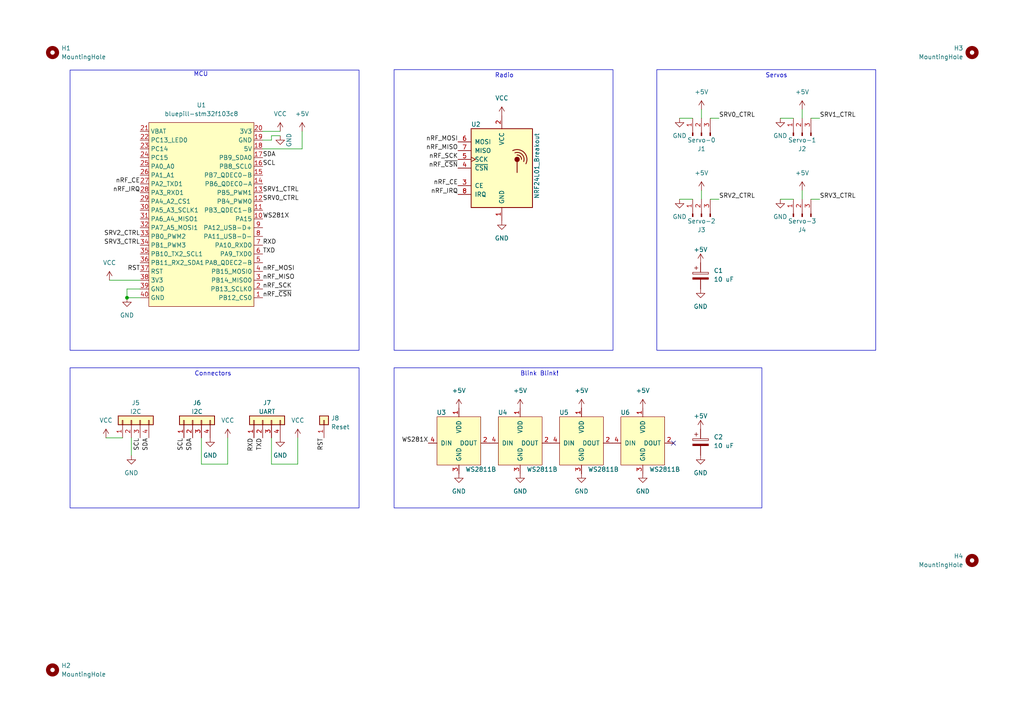
<source format=kicad_sch>
(kicad_sch (version 20230121) (generator eeschema)
  (paper "A4")
  (title_block (title "X-Mas Board") (date "2019-10-18") (rev "1") (company "Marian"))
  (lib_symbols
    (symbol "Connector:Conn_01x03_Male" (pin_names (offset 1.016) hide)
      (property "Reference" "J" (at 0 5.08 0))
      (property "Value" "Conn_01x03_Male" (at 0 -5.08 0))
      (symbol "Conn_01x03_Male_1_1"
        (polyline (pts (xy 1.27 -2.54) (xy 0.8636 -2.54)) (stroke (width 0.1524)))
        (polyline (pts (xy 1.27 0) (xy 0.8636 0)) (stroke (width 0.1524)))
        (polyline (pts (xy 1.27 2.54) (xy 0.8636 2.54)) (stroke (width 0.1524)))
        (rectangle (start 0.8636 -2.413) (end 0 -2.667) (stroke (width 0.1524)) (fill (type outline)))
        (rectangle (start 0.8636 0.127) (end 0 -0.127) (stroke (width 0.1524)) (fill (type outline)))
        (rectangle (start 0.8636 2.667) (end 0 2.413) (stroke (width 0.1524)) (fill (type outline)))
        (pin passive line (at 5.08 2.54 180) (length 3.81) (name "Pin_1") (number "1"))
        (pin passive line (at 5.08 0 180) (length 3.81) (name "Pin_2") (number "2"))
        (pin passive line (at 5.08 -2.54 180) (length 3.81) (name "Pin_3") (number "3"))
      )
    )
    (symbol "Connector_Generic:Conn_01x01" (pin_names (offset 1.016) hide)
      (property "Reference" "J" (at 0 2.54 0))
      (property "Value" "Conn_01x01" (at 0 -2.54 0))
      (symbol "Conn_01x01_1_1"
        (rectangle (start -1.27 0.127) (end 0 -0.127) (stroke (width 0.1524)))
        (rectangle (start -1.27 1.27) (end 1.27 -1.27) (stroke (width 0.254)) (fill (type background)))
        (pin passive line (at -5.08 0 0) (length 3.81) (name "Pin_1") (number "1"))
      )
    )
    (symbol "Connector_Generic:Conn_01x04" (pin_names (offset 1.016) hide)
      (property "Reference" "J" (at 0 5.08 0))
      (property "Value" "Conn_01x04" (at 0 -7.62 0))
      (symbol "Conn_01x04_1_1"
        (rectangle (start -1.27 -4.953) (end 0 -5.207) (stroke (width 0.1524)))
        (rectangle (start -1.27 -2.413) (end 0 -2.667) (stroke (width 0.1524)))
        (rectangle (start -1.27 0.127) (end 0 -0.127) (stroke (width 0.1524)))
        (rectangle (start -1.27 2.667) (end 0 2.413) (stroke (width 0.1524)))
        (rectangle (start -1.27 3.81) (end 1.27 -6.35) (stroke (width 0.254)) (fill (type background)))
        (pin passive line (at -5.08 2.54 0) (length 3.81) (name "Pin_1") (number "1"))
        (pin passive line (at -5.08 0 0) (length 3.81) (name "Pin_2") (number "2"))
        (pin passive line (at -5.08 -2.54 0) (length 3.81) (name "Pin_3") (number "3"))
        (pin passive line (at -5.08 -5.08 0) (length 3.81) (name "Pin_4") (number "4"))
      )
    )
    (symbol "Device:C_Polarized" (pin_numbers hide) (pin_names (offset 0.254))
      (property "Reference" "C" (at 0.635 2.54 0))
      (property "Value" "C_Polarized" (at 0.635 -2.54 0))
      (symbol "C_Polarized_0_1"
        (rectangle (start -2.286 0.508) (end 2.286 1.016))
        (polyline (pts (xy -1.778 2.286) (xy -0.762 2.286)))
        (polyline (pts (xy -1.27 2.794) (xy -1.27 1.778)))
        (rectangle (start 2.286 -0.508) (end -2.286 -1.016) (fill (type outline)))
      )
      (symbol "C_Polarized_1_1"
        (pin passive line (at 0 3.81 270) (length 2.794) (name "~") (number "1"))
        (pin passive line (at 0 -3.81 90) (length 2.794) (name "~") (number "2"))
      )
    )
    (symbol "Mechanical:MountingHole" (pin_names (offset 1.016))
      (property "Reference" "H" (at 0 5.08 0))
      (property "Value" "MountingHole" (at 0 3.175 0))
      (symbol "MountingHole_0_1"
        (circle (center 0 0) (radius 1.27) (stroke (width 1.27)))
      )
    )
    (symbol "RF:NRF24L01_Breakout" (pin_names (offset 1.016))
      (property "Reference" "U" (at -8.89 12.7 0))
      (property "Value" "NRF24L01_Breakout" (at 3.81 12.7 0))
      (symbol "NRF24L01_Breakout_0_1"
        (rectangle (start -8.89 11.43) (end 8.89 -11.43) (stroke (width 0.254)) (fill (type background)))
        (polyline (pts (xy 4.445 1.905) (xy 4.445 -1.27)) (stroke (width 0.254)))
        (circle (center 4.445 2.54) (radius 0.635) (stroke (width 0.254)) (fill (type outline)))
        (arc (start 5.715 2.54) (mid 5.3521 3.4546) (end 4.445 3.81) (stroke (width 0.254)))
        (arc (start 6.35 1.905) (mid 5.8763 3.9854) (end 3.81 4.445) (stroke (width 0.254)))
        (arc (start 6.985 1.27) (mid 6.453 4.548) (end 3.175 5.08) (stroke (width 0.254)))
      )
      (symbol "NRF24L01_Breakout_1_1"
        (pin power_in line (at 0 -15.24 90) (length 3.81) (name "GND") (number "1"))
        (pin power_in line (at 0 15.24 270) (length 3.81) (name "VCC") (number "2"))
        (pin input line (at -12.7 -5.08 0) (length 3.81) (name "CE") (number "3"))
        (pin input line (at -12.7 0 0) (length 3.81) (name "~{CSN}") (number "4"))
        (pin input clock (at -12.7 2.54 0) (length 3.81) (name "SCK") (number "5"))
        (pin input line (at -12.7 7.62 0) (length 3.81) (name "MOSI") (number "6"))
        (pin output line (at -12.7 5.08 0) (length 3.81) (name "MISO") (number "7"))
        (pin output line (at -12.7 -7.62 0) (length 3.81) (name "IRQ") (number "8"))
      )
    )
    (symbol "WS2811B_1" (pin_names (offset 1.016))
      (property "Reference" "U" (at -5.08 13.97 0))
      (property "Value" "WS2811B_1" (at 6.35 -2.54 0))
      (symbol "WS2811B_1_0_1"
        (rectangle (start -6.35 12.7) (end 6.35 -1.27) (fill (type background)))
      )
      (symbol "WS2811B_1_1_1"
        (pin power_in line (at 0 15.24 270) (length 2.54) (name "VDD") (number "1"))
        (pin output line (at 8.89 5.08 180) (length 2.54) (name "DOUT") (number "2"))
        (pin power_in line (at 0 -3.81 90) (length 2.54) (name "GND") (number "3"))
        (pin input line (at -8.89 5.08 0) (length 2.54) (name "DIN") (number "4"))
      )
    )
    (symbol "WS2811B_2" (pin_names (offset 1.016))
      (property "Reference" "U" (at -5.08 13.97 0))
      (property "Value" "WS2811B_2" (at 6.35 -2.54 0))
      (symbol "WS2811B_2_0_1"
        (rectangle (start -6.35 12.7) (end 6.35 -1.27) (fill (type background)))
      )
      (symbol "WS2811B_2_1_1"
        (pin power_in line (at 0 15.24 270) (length 2.54) (name "VDD") (number "1"))
        (pin output line (at 8.89 5.08 180) (length 2.54) (name "DOUT") (number "2"))
        (pin power_in line (at 0 -3.81 90) (length 2.54) (name "GND") (number "3"))
        (pin input line (at -8.89 5.08 0) (length 2.54) (name "DIN") (number "4"))
      )
    )
    (symbol "WS2811B_3" (pin_names (offset 1.016))
      (property "Reference" "U" (at -5.08 13.97 0))
      (property "Value" "WS2811B_3" (at 6.35 -2.54 0))
      (symbol "WS2811B_3_0_1"
        (rectangle (start -6.35 12.7) (end 6.35 -1.27) (fill (type background)))
      )
      (symbol "WS2811B_3_1_1"
        (pin power_in line (at 0 15.24 270) (length 2.54) (name "VDD") (number "1"))
        (pin output line (at 8.89 5.08 180) (length 2.54) (name "DOUT") (number "2"))
        (pin power_in line (at 0 -3.81 90) (length 2.54) (name "GND") (number "3"))
        (pin input line (at -8.89 5.08 0) (length 2.54) (name "DIN") (number "4"))
      )
    )
    (symbol "boards:WS2811B" (pin_names (offset 1.016))
      (property "Reference" "U" (at -5.08 13.97 0))
      (property "Value" "WS2811B" (at 6.35 -2.54 0))
      (symbol "WS2811B_0_1"
        (rectangle (start -6.35 12.7) (end 6.35 -1.27) (fill (type background)))
      )
      (symbol "WS2811B_1_1"
        (pin power_in line (at 0 15.24 270) (length 2.54) (name "VDD") (number "1"))
        (pin output line (at 8.89 5.08 180) (length 2.54) (name "DOUT") (number "2"))
        (pin power_in line (at 0 -3.81 90) (length 2.54) (name "GND") (number "3"))
        (pin input line (at -8.89 5.08 0) (length 2.54) (name "DIN") (number "4"))
      )
    )
    (symbol "boards:bluepill-stm32f103c8"
      (property "Reference" "U" (at -17.78 49.53 0))
      (property "Value" "bluepill-stm32f103c8" (at -17.78 -3.81 0))
      (symbol "bluepill-stm32f103c8_0_1"
        (rectangle (start -33.02 50.8) (end -2.54 -2.54) (fill (type background)))
      )
      (symbol "bluepill-stm32f103c8_1_1"
        (pin unspecified line (at 0 0 180) (length 2.54) (name "PB12_CS0") (number "1"))
        (pin unspecified line (at 0 22.86 180) (length 2.54) (name "PA15") (number "10"))
        (pin unspecified line (at 0 25.4 180) (length 2.54) (name "PB3_QDEC1-B") (number "11"))
        (pin unspecified line (at 0 27.94 180) (length 2.54) (name "PB4_PWM0") (number "12"))
        (pin unspecified line (at 0 30.48 180) (length 2.54) (name "PB5_PWM1") (number "13"))
        (pin unspecified line (at 0 33.02 180) (length 2.54) (name "PB6_QDEC0-A") (number "14"))
        (pin unspecified line (at 0 35.56 180) (length 2.54) (name "PB7_QDEC0-B") (number "15"))
        (pin unspecified line (at 0 38.1 180) (length 2.54) (name "PB8_SCL0") (number "16"))
        (pin unspecified line (at 0 40.64 180) (length 2.54) (name "PB9_SDA0") (number "17"))
        (pin power_out line (at 0 43.18 180) (length 2.54) (name "5V") (number "18"))
        (pin power_out line (at 0 45.72 180) (length 2.54) (name "GND") (number "19"))
        (pin unspecified line (at 0 2.54 180) (length 2.54) (name "PB13_SCLK0") (number "2"))
        (pin power_out line (at 0 48.26 180) (length 2.54) (name "3V3") (number "20"))
        (pin power_in line (at -35.56 48.26 0) (length 2.54) (name "VBAT") (number "21"))
        (pin unspecified line (at -35.56 45.72 0) (length 2.54) (name "PC13_LED0") (number "22"))
        (pin unspecified line (at -35.56 43.18 0) (length 2.54) (name "PC14") (number "23"))
        (pin unspecified line (at -35.56 40.64 0) (length 2.54) (name "PC15") (number "24"))
        (pin unspecified line (at -35.56 38.1 0) (length 2.54) (name "PA0_A0") (number "25"))
        (pin unspecified line (at -35.56 35.56 0) (length 2.54) (name "PA1_A1") (number "26"))
        (pin unspecified line (at -35.56 33.02 0) (length 2.54) (name "PA2_TXD1") (number "27"))
        (pin unspecified line (at -35.56 30.48 0) (length 2.54) (name "PA3_RXD1") (number "28"))
        (pin unspecified line (at -35.56 27.94 0) (length 2.54) (name "PA4_A2_CS1") (number "29"))
        (pin unspecified line (at 0 5.08 180) (length 2.54) (name "PB14_MISO0") (number "3"))
        (pin unspecified line (at -35.56 25.4 0) (length 2.54) (name "PA5_A3_SCLK1") (number "30"))
        (pin unspecified line (at -35.56 22.86 0) (length 2.54) (name "PA6_A4_MISO1") (number "31"))
        (pin unspecified line (at -35.56 20.32 0) (length 2.54) (name "PA7_A5_MOSI1") (number "32"))
        (pin unspecified line (at -35.56 17.78 0) (length 2.54) (name "PB0_PWM2") (number "33"))
        (pin unspecified line (at -35.56 15.24 0) (length 2.54) (name "PB1_PWM3") (number "34"))
        (pin unspecified line (at -35.56 12.7 0) (length 2.54) (name "PB10_TX2_SCL1") (number "35"))
        (pin unspecified line (at -35.56 10.16 0) (length 2.54) (name "PB11_RX2_SDA1") (number "36"))
        (pin input line (at -35.56 7.62 0) (length 2.54) (name "RST") (number "37"))
        (pin power_out line (at -35.56 5.08 0) (length 2.54) (name "3V3") (number "38"))
        (pin power_out line (at -35.56 2.54 0) (length 2.54) (name "GND") (number "39"))
        (pin unspecified line (at 0 7.62 180) (length 2.54) (name "PB15_MOSI0") (number "4"))
        (pin power_out line (at -35.56 0 0) (length 2.54) (name "GND") (number "40"))
        (pin unspecified line (at 0 10.16 180) (length 2.54) (name "PA8_QDEC2-B") (number "5"))
        (pin unspecified line (at 0 12.7 180) (length 2.54) (name "PA9_TXD0") (number "6"))
        (pin unspecified line (at 0 15.24 180) (length 2.54) (name "PA10_RXD0") (number "7"))
        (pin unspecified line (at 0 17.78 180) (length 2.54) (name "PA11_USB-D-") (number "8"))
        (pin unspecified line (at 0 20.32 180) (length 2.54) (name "PA12_USB-D+") (number "9"))
      )
    )
    (symbol "power:+5V" (power) (pin_names (offset 0))
      (property "Value" "+5V" (at 0 3.556 0))
      (symbol "+5V_0_1"
        (polyline (pts (xy -0.762 1.27) (xy 0 2.54)))
        (polyline (pts (xy 0 0) (xy 0 2.54)))
        (polyline (pts (xy 0 2.54) (xy 0.762 1.27)))
      )
      (symbol "+5V_1_1"
        (pin power_in line (at 0 0 90) (length 0) hide (name "+5V") (number "1"))
      )
    )
    (symbol "power:GND" (power) (pin_names (offset 0))
      (property "Value" "GND" (at 0 -3.81 0))
      (symbol "GND_0_1"
        (polyline (pts (xy 0 0) (xy 0 -1.27) (xy 1.27 -1.27) (xy 0 -2.54) (xy -1.27 -1.27) (xy 0 -1.27)))
      )
      (symbol "GND_1_1"
        (pin power_in line (at 0 0 270) (length 0) hide (name "GND") (number "1"))
      )
    )
    (symbol "power:VCC" (power) (pin_names (offset 0))
      (property "Value" "VCC" (at 0 3.81 0))
      (symbol "VCC_0_1"
        (polyline (pts (xy -0.762 1.27) (xy 0 2.54)))
        (polyline (pts (xy 0 0) (xy 0 2.54)))
        (polyline (pts (xy 0 2.54) (xy 0.762 1.27)))
      )
      (symbol "VCC_1_1"
        (pin power_in line (at 0 0 90) (length 0) hide (name "VCC") (number "1"))
      )
    )
  )
  (junction (at 36.83 86.36))
  (no_connect (at 195.326 128.524))
  (wire (pts (xy 203.454 55.245) (xy 203.454 57.785)))
  (wire (pts (xy 36.83 86.36) (xy 40.64 86.36)))
  (wire (pts (xy 226.314 57.785) (xy 230.124 57.785)))
  (wire (pts (xy 205.994 34.29) (xy 208.534 34.29)))
  (wire (pts (xy 78.74 134.62) (xy 86.36 134.62)))
  (wire (pts (xy 203.454 31.75) (xy 203.454 34.29)))
  (wire (pts (xy 226.314 34.29) (xy 230.124 34.29)))
  (wire (pts (xy 78.74 39.37) (xy 81.28 39.37)))
  (wire (pts (xy 78.74 127) (xy 78.74 134.62)))
  (wire (pts (xy 78.74 40.64) (xy 78.74 39.37)))
  (wire (pts (xy 235.204 34.29) (xy 237.744 34.29)))
  (wire (pts (xy 235.204 57.785) (xy 237.744 57.785)))
  (wire (pts (xy 76.2 38.1) (xy 81.28 38.1)))
  (wire (pts (xy 197.104 34.29) (xy 200.914 34.29)))
  (wire (pts (xy 36.83 83.82) (xy 40.64 83.82)))
  (wire (pts (xy 31.75 81.28) (xy 40.64 81.28)))
  (wire (pts (xy 58.42 134.62) (xy 58.42 127)))
  (wire (pts (xy 232.664 31.75) (xy 232.664 34.29)))
  (wire (pts (xy 87.63 43.18) (xy 76.2 43.18)))
  (wire (pts (xy 232.664 55.245) (xy 232.664 57.785)))
  (wire (pts (xy 30.734 127) (xy 35.56 127)))
  (wire (pts (xy 205.994 57.785) (xy 208.534 57.785)))
  (wire (pts (xy 36.83 86.36) (xy 36.83 83.82)))
  (wire (pts (xy 87.63 38.1) (xy 87.63 43.18)))
  (wire (pts (xy 38.1 127) (xy 38.1 132.08)))
  (wire (pts (xy 66.04 134.62) (xy 58.42 134.62)))
  (wire (pts (xy 86.36 134.62) (xy 86.36 127)))
  (wire (pts (xy 76.2 40.64) (xy 78.74 40.64)))
  (wire (pts (xy 197.104 57.785) (xy 200.914 57.785)))
  (wire (pts (xy 66.04 127) (xy 66.04 134.62)))
  (rectangle (start 114.3 106.68) (end 220.98 147.32))
  (rectangle (start 20.32 106.68) (end 104.14 147.32))
  (rectangle (start 20.32 20.32) (end 104.14 101.6))
  (rectangle (start 114.3 20.193) (end 177.8 101.6))
  (rectangle (start 190.5 20.193) (end 254 101.6))
  (text "Servos" (at 221.996 22.733 0) (effects (font (size 1.27 1.27)) (justify left bottom)))
  (text "Radio" (at 143.51 22.733 0) (effects (font (size 1.27 1.27)) (justify left bottom)))
  (text "Connectors" (at 56.388 109.22 0) (effects (font (size 1.27 1.27)) (justify left bottom)))
  (text "Blink Blink!" (at 150.876 109.22 0) (effects (font (size 1.27 1.27)) (justify left bottom)))
  (text "MCU" (at 56.134 22.352 0) (effects (font (size 1.27 1.27)) (justify left bottom)))
  (label "RST" (at 40.64 78.74 180))
  (label "SRV3_CTRL" (at 237.744 57.785 0))
  (label "nRF_~{CSN}" (at 76.2 86.36 0))
  (label "nRF_MISO" (at 76.2 81.28 0))
  (label "WS281X" (at 124.206 128.524 180))
  (label "WS281X" (at 76.2 63.5 0))
  (label "SRV1_CTRL" (at 237.744 34.29 0))
  (label "SDA" (at 55.88 127 270))
  (label "nRF_MOSI" (at 76.2 78.74 0))
  (label "TXD" (at 76.2 73.66 0))
  (label "nRF_SCK" (at 76.2 83.82 0))
  (label "SCL" (at 40.64 127 270))
  (label "SRV0_CTRL" (at 208.534 34.29 0))
  (label "TXD" (at 76.2 127 270))
  (label "nRF_SCK" (at 132.842 46.228 180))
  (label "SCL" (at 53.34 127 270))
  (label "SCL" (at 76.2 48.26 0))
  (label "nRF_IRQ" (at 132.842 56.388 180))
  (label "RXD" (at 73.66 127 270))
  (label "nRF_MOSI" (at 132.842 41.148 180))
  (label "nRF_IRQ" (at 40.64 55.88 180))
  (label "nRF_CE" (at 40.64 53.34 180))
  (label "SRV0_CTRL" (at 76.2 58.42 0))
  (label "nRF_MISO" (at 132.842 43.688 180))
  (label "SRV2_CTRL" (at 208.534 57.785 0))
  (label "SRV1_CTRL" (at 76.2 55.88 0))
  (label "SRV3_CTRL" (at 40.64 71.12 180))
  (label "nRF_CE" (at 132.842 53.848 180))
  (label "SDA" (at 76.2 45.72 0))
  (label "RXD" (at 76.2 71.12 0))
  (label "RST" (at 93.98 127 270))
  (label "SRV2_CTRL" (at 40.64 68.58 180))
  (label "SDA" (at 43.18 127 270))
  (label "nRF_~{CSN}" (at 132.842 48.768 180))
  (symbol (lib_id "power:VCC") (at 81.28 38.1 0) (unit 1)
    (property "Reference" "#PWR07" (effects hide))
    (property "Value" "VCC" (at 81.28 33.02 0))
  )
  (symbol (lib_id "power:GND") (at 226.314 34.29 0) (unit 1)
    (property "Reference" "#PWR012" (effects hide))
    (property "Value" "GND" (at 226.314 39.37 0))
  )
  (symbol (lib_id "power:VCC") (at 31.75 81.28 0) (unit 1)
    (property "Reference" "#PWR01" (effects hide))
    (property "Value" "VCC" (at 31.75 76.2 0))
  )
  (symbol (lib_id "Connector:Conn_01x03_Male") (at 203.454 39.37 90) (unit 1)
    (property "Reference" "J1" (at 203.454 43.18 90))
    (property "Value" "Servo-0" (at 203.454 40.64 90))
    (property "Footprint" "boards:Servo" (effects hide))
    (property "Datasheet" "https://www.electronicoscaldas.com/datasheet/MG90S_Tower-Pro.pdf" (effects hide))
  )
  (symbol (lib_id "power:GND") (at 81.28 39.37 0) (unit 1)
    (property "Reference" "#PWR08" (effects hide))
    (property "Value" "GND" (at 83.82 40.64 90))
  )
  (symbol (lib_name "WS2811B_3") (lib_id "boards:WS2811B") (at 168.656 133.604 0) (unit 1)
    (property "Reference" "U5" (at 163.576 119.634 0))
    (property "Value" "WS2811B" (at 175.006 136.144 0))
    (property "Footprint" "boards:WS2812B" (effects hide))
  )
  (symbol (lib_id "Connector_Generic:Conn_01x04") (at 76.2 121.92 90) (unit 1)
    (property "Reference" "J7" (at 77.47 116.84 90))
    (property "Value" "UART" (at 77.47 119.38 90))
    (property "Footprint" "boards:grove_uart" (effects hide))
  )
  (symbol (lib_id "boards:bluepill-stm32f103c8") (at 76.2 86.36 0) (unit 1)
    (property "Reference" "U1" (at 58.42 30.48 0))
    (property "Value" "bluepill-stm32f103c8" (at 58.42 33.02 0))
    (property "Footprint" "boards:bluepill-stm32f103c8" (effects hide))
    (property "Datasheet" "https://components101.com/microcontrollers/stm32f103c8t8-blue-pill-development-board" (effects hide))
  )
  (symbol (lib_id "power:+5V") (at 203.454 55.245 0) (unit 1)
    (property "Reference" "#PWR021" (effects hide))
    (property "Value" "+5V" (at 203.454 50.165 0))
  )
  (symbol (lib_id "power:GND") (at 203.2 83.82 0) (unit 1)
    (property "Reference" "#PWR030" (effects hide))
    (property "Value" "GND" (at 203.2 88.9 0))
  )
  (symbol (lib_id "power:VCC") (at 145.542 33.528 0) (unit 1)
    (property "Reference" "#PWR018" (effects hide))
    (property "Value" "VCC" (at 145.542 28.448 0))
  )
  (symbol (lib_id "power:+5V") (at 203.2 76.2 0) (unit 1)
    (property "Reference" "#PWR031" (effects hide))
    (property "Value" "+5V" (at 203.2 72.39 0))
  )
  (symbol (lib_id "Mechanical:MountingHole") (at 281.94 162.56 0) (unit 1)
    (property "Reference" "H4" (at 279.4 161.29 0) (effects (justify right)))
    (property "Value" "MountingHole" (at 279.4 163.83 0) (effects (justify right)))
    (property "Footprint" "MountingHole:MountingHole_3.2mm_M3" (effects hide))
  )
  (symbol (lib_id "Connector:Conn_01x03_Male") (at 232.664 62.865 90) (unit 1)
    (property "Reference" "J4" (at 232.664 66.675 90))
    (property "Value" "Servo-3" (at 232.664 64.135 90))
    (property "Footprint" "boards:Servo" (effects hide))
    (property "Datasheet" "https://www.electronicoscaldas.com/datasheet/MG90S_Tower-Pro.pdf" (effects hide))
  )
  (symbol (lib_id "power:GND") (at 226.314 57.785 0) (unit 1)
    (property "Reference" "#PWR024" (effects hide))
    (property "Value" "GND" (at 226.314 62.865 0))
  )
  (symbol (lib_id "power:GND") (at 36.83 86.36 0) (unit 1)
    (property "Reference" "#PWR02" (effects hide))
    (property "Value" "GND" (at 36.83 91.44 0))
  )
  (symbol (lib_id "boards:WS2811B") (at 186.436 133.604 0) (unit 1)
    (property "Reference" "U6" (at 181.356 119.634 0))
    (property "Value" "WS2811B" (at 192.786 136.144 0))
    (property "Footprint" "boards:WS2812B" (effects hide))
  )
  (symbol (lib_id "power:VCC") (at 30.734 127 0) (unit 1)
    (property "Reference" "#PWR03" (effects hide))
    (property "Value" "VCC" (at 30.734 121.92 0))
  )
  (symbol (lib_id "power:GND") (at 145.542 64.008 0) (unit 1)
    (property "Reference" "#PWR019" (effects hide))
    (property "Value" "GND" (at 145.542 69.088 0))
  )
  (symbol (lib_id "Mechanical:MountingHole") (at 281.94 15.24 0) (unit 1)
    (property "Reference" "H3" (at 279.4 13.97 0) (effects (justify right)))
    (property "Value" "MountingHole" (at 279.4 16.51 0) (effects (justify right)))
    (property "Footprint" "MountingHole:MountingHole_3.2mm_M3" (effects hide))
  )
  (symbol (lib_id "power:VCC") (at 86.36 127 0) (unit 1)
    (property "Reference" "#PWR05" (effects hide))
    (property "Value" "VCC" (at 86.36 121.92 0))
  )
  (symbol (lib_id "power:GND") (at 133.096 137.414 0) (unit 1)
    (property "Reference" "#PWR014" (effects hide))
    (property "Value" "GND" (at 133.096 142.494 0))
  )
  (symbol (lib_id "power:+5V") (at 168.656 118.364 0) (unit 1)
    (property "Reference" "#PWR022" (effects hide))
    (property "Value" "+5V" (at 168.656 113.284 0))
  )
  (symbol (lib_id "power:+5V") (at 87.63 38.1 0) (unit 1)
    (property "Reference" "#PWR09" (effects hide))
    (property "Value" "+5V" (at 87.63 33.02 0))
  )
  (symbol (lib_name "WS2811B_2") (lib_id "boards:WS2811B") (at 150.876 133.604 0) (unit 1)
    (property "Reference" "U4" (at 145.796 119.634 0))
    (property "Value" "WS2811B" (at 157.226 136.144 0))
    (property "Footprint" "boards:WS2812B" (effects hide))
  )
  (symbol (lib_id "Connector:Conn_01x03_Male") (at 203.454 62.865 90) (unit 1)
    (property "Reference" "J3" (at 203.454 66.675 90))
    (property "Value" "Servo-2" (at 203.454 64.135 90))
    (property "Footprint" "boards:Servo" (effects hide))
    (property "Datasheet" "https://www.electronicoscaldas.com/datasheet/MG90S_Tower-Pro.pdf" (effects hide))
  )
  (symbol (lib_id "power:+5V") (at 232.664 55.245 0) (unit 1)
    (property "Reference" "#PWR027" (effects hide))
    (property "Value" "+5V" (at 232.664 50.165 0))
  )
  (symbol (lib_id "RF:NRF24L01_Breakout") (at 145.542 48.768 0) (unit 1)
    (property "Reference" "U2" (at 136.652 36.068 0) (effects (justify left)))
    (property "Value" "NRF24L01_Breakout" (at 155.702 57.658 90) (effects (justify left)))
    (property "Footprint" "boards:nRF24L01_Breakout" (effects hide))
    (property "Datasheet" "http://www.nordicsemi.com/eng/content/download/2730/34105/file/nRF24L01_Product_Specification_v2_0.pdf" (effects hide))
  )
  (symbol (lib_id "power:GND") (at 197.104 34.29 0) (unit 1)
    (property "Reference" "#PWR010" (effects hide))
    (property "Value" "GND" (at 197.104 39.37 0))
  )
  (symbol (lib_id "power:+5V") (at 150.876 118.364 0) (unit 1)
    (property "Reference" "#PWR016" (effects hide))
    (property "Value" "+5V" (at 150.876 113.284 0))
  )
  (symbol (lib_id "Connector_Generic:Conn_01x01") (at 93.98 121.92 90) (unit 1)
    (property "Reference" "J8" (at 96.012 121.285 90) (effects (justify right)))
    (property "Value" "Reset" (at 96.012 123.825 90) (effects (justify right)))
    (property "Footprint" "Connector_PinHeader_2.54mm:PinHeader_1x01_P2.54mm_Vertical" (effects hide))
  )
  (symbol (lib_id "Mechanical:MountingHole") (at 15.24 194.31 0) (unit 1)
    (property "Reference" "H2" (at 17.78 193.0399 0) (effects (justify left)))
    (property "Value" "MountingHole" (at 17.78 195.5799 0) (effects (justify left)))
    (property "Footprint" "MountingHole:MountingHole_3.2mm_M3" (effects hide))
  )
  (symbol (lib_id "power:GND") (at 81.28 127 0) (unit 1)
    (property "Reference" "#PWR06" (effects hide))
    (property "Value" "GND" (at 81.28 132.08 0))
  )
  (symbol (lib_id "power:+5V") (at 186.436 118.364 0) (unit 1)
    (property "Reference" "#PWR025" (effects hide))
    (property "Value" "+5V" (at 186.436 113.284 0))
  )
  (symbol (lib_id "power:GND") (at 60.96 127 0) (unit 1)
    (property "Reference" "#PWR029" (effects hide))
    (property "Value" "GND" (at 60.96 132.08 0))
  )
  (symbol (lib_id "Connector_Generic:Conn_01x04") (at 55.88 121.92 90) (unit 1)
    (property "Reference" "J6" (at 57.15 116.84 90))
    (property "Value" "I2C" (at 57.15 119.38 90))
    (property "Footprint" "boards:grove_i2c" (effects hide))
  )
  (symbol (lib_id "power:GND") (at 197.104 57.785 0) (unit 1)
    (property "Reference" "#PWR020" (effects hide))
    (property "Value" "GND" (at 197.104 62.865 0))
  )
  (symbol (lib_id "Mechanical:MountingHole") (at 15.24 15.24 0) (unit 1)
    (property "Reference" "H1" (at 17.78 13.9699 0) (effects (justify left)))
    (property "Value" "MountingHole" (at 17.78 16.5099 0) (effects (justify left)))
    (property "Footprint" "MountingHole:MountingHole_3.2mm_M3" (effects hide))
  )
  (symbol (lib_id "power:GND") (at 186.436 137.414 0) (unit 1)
    (property "Reference" "#PWR026" (effects hide))
    (property "Value" "GND" (at 186.436 142.494 0))
  )
  (symbol (lib_id "power:GND") (at 203.2 132.08 0) (unit 1)
    (property "Reference" "#PWR033" (effects hide))
    (property "Value" "GND" (at 203.2 137.16 0))
  )
  (symbol (lib_id "Connector_Generic:Conn_01x04") (at 38.1 121.92 90) (unit 1)
    (property "Reference" "J5" (at 39.37 116.84 90))
    (property "Value" "I2C" (at 39.37 119.38 90))
    (property "Footprint" "boards:I2C-Socket-2.54mm" (effects hide))
  )
  (symbol (lib_id "power:+5V") (at 203.2 124.46 0) (unit 1)
    (property "Reference" "#PWR032" (effects hide))
    (property "Value" "+5V" (at 203.2 120.65 0))
  )
  (symbol (lib_id "Connector:Conn_01x03_Male") (at 232.664 39.37 90) (unit 1)
    (property "Reference" "J2" (at 232.664 43.18 90))
    (property "Value" "Servo-1" (at 232.664 40.64 90))
    (property "Footprint" "boards:Servo" (effects hide))
    (property "Datasheet" "https://www.electronicoscaldas.com/datasheet/MG90S_Tower-Pro.pdf" (effects hide))
  )
  (symbol (lib_id "power:GND") (at 38.1 132.08 0) (unit 1)
    (property "Reference" "#PWR04" (effects hide))
    (property "Value" "GND" (at 38.1 137.16 0))
  )
  (symbol (lib_id "power:VCC") (at 66.04 127 0) (unit 1)
    (property "Reference" "#PWR028" (effects hide))
    (property "Value" "VCC" (at 66.04 121.92 0))
  )
  (symbol (lib_id "Device:C_Polarized") (at 203.2 128.27 0) (unit 1)
    (property "Reference" "C2" (at 207.01 126.746 0) (effects (justify left)))
    (property "Value" "10 uF" (at 207.01 129.286 0) (effects (justify left)))
    (property "Footprint" "boards:electrolytic_capacitor_10uf" (effects hide))
  )
  (symbol (lib_id "power:+5V") (at 133.096 118.364 0) (unit 1)
    (property "Reference" "#PWR013" (effects hide))
    (property "Value" "+5V" (at 133.096 113.284 0))
  )
  (symbol (lib_id "power:GND") (at 168.656 137.414 0) (unit 1)
    (property "Reference" "#PWR023" (effects hide))
    (property "Value" "GND" (at 168.656 142.494 0))
  )
  (symbol (lib_id "power:+5V") (at 203.454 31.75 0) (unit 1)
    (property "Reference" "#PWR011" (effects hide))
    (property "Value" "+5V" (at 203.454 26.67 0))
  )
  (symbol (lib_id "power:+5V") (at 232.664 31.75 0) (unit 1)
    (property "Reference" "#PWR015" (effects hide))
    (property "Value" "+5V" (at 232.664 26.67 0))
  )
  (symbol (lib_id "Device:C_Polarized") (at 203.2 80.01 0) (unit 1)
    (property "Reference" "C1" (at 207.01 78.486 0) (effects (justify left)))
    (property "Value" "10 uF" (at 207.01 81.026 0) (effects (justify left)))
    (property "Footprint" "boards:electrolytic_capacitor_10uf" (effects hide))
  )
  (symbol (lib_name "WS2811B_1") (lib_id "boards:WS2811B") (at 133.096 133.604 0) (unit 1)
    (property "Reference" "U3" (at 128.016 119.634 0))
    (property "Value" "WS2811B" (at 139.446 136.144 0))
    (property "Footprint" "boards:WS2812B" (effects hide))
  )
  (symbol (lib_id "power:GND") (at 150.876 137.414 0) (unit 1)
    (property "Reference" "#PWR017" (effects hide))
    (property "Value" "GND" (at 150.876 142.494 0))
  )
)
</source>
